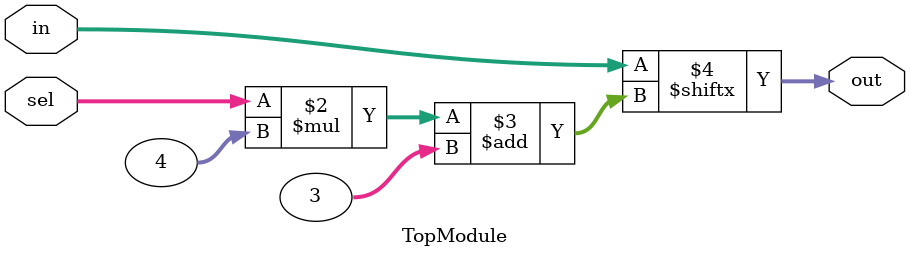
<source format=sv>


module TopModule (
  input [1023:0] in,
  input [7:0] sel,
  output [3:0] out
);

always @(sel) begin
  out = in[sel * 4 : sel * 4 + 3];
end
endmodule

</source>
